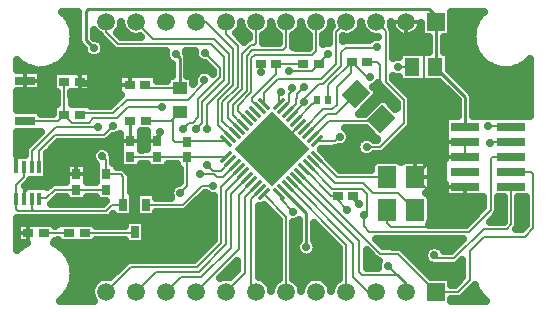
<source format=gbr>
G04 DipTrace 3.1.0.0*
G04 Top.gbr*
%MOIN*%
G04 #@! TF.FileFunction,Copper,L1,Top*
G04 #@! TF.Part,Single*
%AMOUTLINE0*
4,1,16,
0.018096,0.009744,
0.019493,0.011969,
0.019787,0.01458,
0.01892,0.017062,
0.017062,0.01892,
0.01458,0.019787,
0.011969,0.019493,
0.009744,0.018096,
-0.018096,-0.009744,
-0.019493,-0.011969,
-0.019787,-0.01458,
-0.01892,-0.017062,
-0.017062,-0.01892,
-0.01458,-0.019787,
-0.011969,-0.019493,
-0.009744,-0.018096,
0.018096,0.009744,
0*%
%AMOUTLINE3*
4,1,16,
0.009744,-0.018096,
0.011969,-0.019493,
0.01458,-0.019787,
0.017062,-0.01892,
0.01892,-0.017062,
0.019787,-0.01458,
0.019493,-0.011969,
0.018096,-0.009744,
-0.009744,0.018096,
-0.011969,0.019493,
-0.01458,0.019787,
-0.017062,0.01892,
-0.01892,0.017062,
-0.019787,0.01458,
-0.019493,0.011969,
-0.018096,0.009744,
0.009744,-0.018096,
0*%
%AMOUTLINE6*5,1,4,0,0,0.250549,-179.999999*%
%AMOUTLINE9*
4,1,4,
-0.031496,-0.035432,
-0.031496,0.035432,
0.031496,0.035432,
0.031496,-0.035432,
-0.031496,-0.035432,
0*%
%AMOUTLINE12*
4,1,4,
-0.004176,-0.048718,
-0.048718,-0.004176,
0.004176,0.048718,
0.048718,0.004176,
-0.004176,-0.048718,
0*%
G04 #@! TA.AperFunction,Conductor*
%ADD10C,0.01*%
%ADD14C,0.007*%
G04 #@! TA.AperFunction,CopperBalancing*
%ADD15C,0.025*%
%ADD16C,0.012992*%
%ADD17R,0.035433X0.027559*%
%ADD18R,0.027559X0.035433*%
G04 #@! TA.AperFunction,ComponentPad*
%ADD19R,0.059055X0.059055*%
%ADD20C,0.059055*%
%ADD22R,0.094488X0.029134*%
%ADD23R,0.047244X0.03937*%
%ADD24R,0.023228X0.028346*%
%ADD26R,0.025591X0.041339*%
%ADD28R,0.051181X0.059055*%
%ADD30R,0.066929X0.031496*%
%ADD33R,0.013583X0.043307*%
G04 #@! TA.AperFunction,ViaPad*
%ADD35C,0.028*%
%ADD37C,0.031496*%
%ADD73OUTLINE0*%
%ADD76OUTLINE3*%
%ADD79OUTLINE6*%
%ADD82OUTLINE9*%
%ADD85OUTLINE12*%
%FSLAX26Y26*%
G04*
G70*
G90*
G75*
G01*
G04 Top*
%LPD*%
X968386Y1132701D2*
D14*
X864386D1*
X853386Y1143701D1*
X1823386Y1353701D2*
D10*
Y1207898D1*
X1818787Y1203299D1*
X1919843Y1003701D2*
Y1102244D1*
X1818787Y1203299D1*
X1823386Y1353701D2*
Y1371701D1*
X1798386Y1396701D1*
X663386D1*
X655386Y1388701D1*
Y1292701D1*
X682386Y1265701D1*
X1314081Y792067D2*
Y792005D1*
X1390386Y715701D1*
Y601701D1*
X1382386Y1085701D2*
D14*
Y1081701D1*
X1360386Y1059701D1*
Y1057185D1*
X1341642Y1038441D1*
X968386Y1132701D2*
D10*
Y1232701D1*
X956386Y1244701D1*
X780583Y743701D2*
D14*
Y836504D1*
X771386Y845701D1*
X723386D1*
Y891701D1*
X710386Y904701D1*
X474567Y763701D2*
Y729385D1*
X481251Y722701D1*
X723386D1*
X743386Y742701D1*
X779583D1*
X780583Y743701D1*
X423386Y763701D2*
Y729701D1*
X430386Y722701D1*
X481251D1*
X448976Y868031D2*
Y836291D1*
X423386Y810701D1*
Y763701D1*
X1382386Y1085701D2*
X1385386D1*
Y1098701D1*
X1432386Y1145701D1*
X1445386D1*
X1506386Y1206701D1*
Y1251701D1*
X1522386Y1267701D1*
X1624386D1*
X1625386Y1268701D1*
X1123386Y903701D2*
X994567D1*
X993386Y902520D1*
Y806701D1*
X970386Y783701D1*
X1591386Y935701D2*
X1634386D1*
X1716386Y1017701D1*
Y1091701D1*
X1654386Y1153701D1*
Y1322701D1*
X1623386Y1353701D1*
X993386Y902520D2*
X894567D1*
X893386Y903701D1*
X803386D1*
X1248382Y1080478D2*
Y1114697D1*
X1297386Y1163701D1*
X1440386D1*
X1488386Y1211701D1*
Y1318701D1*
X1523386Y1353701D1*
X1137306Y889781D2*
X1136466D1*
X1104386Y857701D1*
X1078386D1*
X1058386Y877701D1*
Y997701D2*
X1060386D1*
Y1077701D1*
X1132386Y1149701D1*
Y1247701D1*
X1082386Y1297701D1*
X879386D1*
X823386Y1353701D1*
X723386D2*
Y1318701D1*
X762386Y1279701D1*
X1072386D1*
X1116386Y1235701D1*
Y1159701D1*
X1043386Y1086701D1*
Y1016701D1*
X1021386Y994701D1*
X1035386Y844701D2*
X1082386D1*
X1091386Y835701D1*
X1111063D1*
X1151224Y875862D1*
X1165144Y861942D2*
Y861459D1*
X1106386Y802701D1*
Y616701D1*
X1024386Y534701D1*
X804404D1*
X723386Y453682D1*
X1179063Y848022D2*
Y846378D1*
X1123386Y790701D1*
Y611701D1*
X1032386Y520701D1*
X890404D1*
X823386Y453682D1*
X1192983Y834104D2*
Y833298D1*
X1138386Y778701D1*
Y600701D1*
X1040386Y502701D1*
X972404D1*
X923386Y453682D1*
X1206903Y820184D2*
Y819218D1*
X1164386Y776701D1*
Y594682D1*
X1023386Y453682D1*
X1220822Y806265D2*
Y806136D1*
X1184386Y769701D1*
Y514682D1*
X1123386Y453682D1*
X1234741Y792345D2*
Y791056D1*
X1207386Y763701D1*
Y469682D1*
X1223386Y453682D1*
X1323386D2*
Y703699D1*
X1248660Y778425D1*
X1397598Y875584D2*
Y875488D1*
X1476386Y796701D1*
X1574386D1*
X1591386Y779701D1*
Y719701D1*
X1581386Y709701D1*
X2073386Y903701D2*
X2010386D1*
X2004386Y897701D1*
Y724701D1*
X1933386Y653701D1*
X1600386D1*
X1582386Y671701D1*
Y709701D1*
X1581386D1*
X1289386Y1212701D2*
X1379205D1*
X1379795Y1212110D1*
X1234463Y1066558D2*
Y1066623D1*
X1210386Y1090701D1*
Y1100701D1*
X1288386Y1178701D1*
Y1211701D1*
X1289386Y1212701D1*
X1523386Y453682D2*
Y610602D1*
X1328001Y805987D1*
X2073386Y803701D2*
Y678701D1*
X2058386Y663701D1*
X1981386D1*
X1882386Y564701D1*
X1827386D1*
X1817386Y574701D1*
X1623386Y453682D2*
X1596404D1*
X1547386Y502701D1*
Y614441D1*
X1341921Y819906D1*
X2073386Y953701D2*
X2004386D1*
X2001386Y950701D1*
X1723386Y453682D2*
Y481701D1*
X1696386Y508701D1*
X1577386D1*
X1567386Y518701D1*
Y622280D1*
X1355840Y833825D1*
X1723386Y480701D2*
X1663386Y540701D1*
X1996386Y1004701D2*
X2072386D1*
X2073386Y1003701D1*
X1369760Y847744D2*
Y847327D1*
X1636386Y580701D1*
X1696367D1*
X1823386Y453682D1*
X2073386Y853701D2*
X2140386D1*
X2146386Y847701D1*
Y664701D1*
X2119386Y637701D1*
X1982386D1*
X1934386Y589701D1*
Y491701D1*
X1895386Y452701D1*
X1824367D1*
X1823386Y453682D1*
X1423386Y1353701D2*
Y1256701D1*
X1410386Y1243701D1*
X1218386D1*
X1207386Y1232701D1*
Y1118701D1*
X1162386Y1073701D1*
Y1055118D1*
X1192705Y1024799D1*
X1178785Y1010881D2*
X1177206D1*
X1144386Y1043701D1*
Y1076701D1*
X1191386Y1123701D1*
Y1240701D1*
X1209386Y1258701D1*
X1312386D1*
X1322386Y1268701D1*
Y1352701D1*
X1323386Y1353701D1*
X1023386D2*
X1057386D1*
X1147386Y1263701D1*
Y1143701D1*
X1095386Y1091701D1*
Y1010762D1*
X1137026Y969122D1*
X1300163Y778147D2*
X1304386D1*
Y761701D1*
X1345386Y720701D1*
X977886Y996201D2*
X998386Y1016701D1*
X1012386D1*
X1030386Y1034701D1*
Y1097701D1*
X1102386Y1169701D1*
Y1200701D1*
X1053386Y1249701D1*
X623386Y845701D2*
X573386D1*
X532386Y804701D1*
X459386D1*
X448386Y793701D1*
Y764291D1*
X448976Y763701D1*
X1919843Y803701D2*
X1854386D1*
X1843386Y814701D1*
Y891701D1*
X1854386Y902701D1*
X1918843D1*
X1919843Y903701D1*
Y953701D1*
X1369482Y1010602D2*
X1369287D1*
X1346386Y987701D1*
X1332661D1*
X1274273Y929312D1*
X1592567Y1219701D2*
X1625386D1*
X1634386Y1210701D1*
Y1107701D1*
X1598386Y1071701D1*
X1723386Y1353701D2*
Y1308701D1*
X1781386Y1250701D1*
Y865211D1*
X1752874Y836699D1*
X1658386Y726465D2*
Y682701D1*
X1671386Y669701D1*
X1808386D1*
X1812386Y673701D1*
Y777188D1*
X1752874Y836699D1*
X1919843Y953701D2*
X1869875D1*
X1752874Y836699D1*
X453386Y1157559D2*
D10*
X517244D1*
X519386Y1159701D1*
X634567Y1153701D2*
Y1172520D1*
X619386Y1187701D1*
X547386D1*
X519386Y1159701D1*
X623386Y845701D2*
Y886701D1*
X622386Y887701D1*
X803205Y1023701D2*
Y955063D1*
X803386Y954882D1*
X893386D1*
Y976701D1*
X903386Y986701D1*
X802205Y1143701D2*
X644567D1*
X634567Y1153701D1*
X1238205Y1212701D2*
Y1185701D1*
X1546567Y771701D2*
Y764520D1*
X1564386Y746701D1*
X1274273Y929312D2*
D14*
X1288192D1*
X1369482Y1010602D1*
X1752874Y836699D2*
Y882213D1*
X1726386Y908701D1*
X1274273Y929312D2*
Y994588D1*
X1275386Y995701D1*
X448976Y763701D2*
Y784291D1*
X484386Y819701D1*
X447386Y916701D2*
X432386D1*
X420386Y904701D1*
Y871031D1*
X423386Y868031D1*
X1411518Y889503D2*
X1413584D1*
X1487386Y815701D1*
X1578386D1*
X1611386Y782701D1*
X1696636D1*
X1752874Y726463D1*
X1123108Y955202D2*
X994887D1*
X993386Y953701D1*
X953386D1*
X947386Y959701D1*
Y1032961D1*
X968386Y1053961D1*
X854386Y1023701D2*
X938126D1*
X968386Y1053961D1*
X1425159Y954924D2*
X1486609D1*
X1501386Y969701D1*
X1079386Y807701D2*
X1042386D1*
X978386Y743701D1*
X855386D1*
X1355562Y1024521D2*
X1410386Y1079345D1*
X1413030D1*
X1425386Y1091701D1*
X1743984Y1203299D2*
X1694984D1*
X1694386Y1202701D1*
X1340886Y1134201D2*
X1347386Y1127701D1*
X1332386Y1112701D1*
Y1084862D1*
X1313803Y1066280D1*
X600205Y649701D2*
X514567D1*
X1658386Y836701D2*
X1492159D1*
X1425437Y903423D1*
X1411239Y968844D2*
X1411529D1*
X1466386Y1023701D1*
X1635386D1*
X1640386Y1028701D1*
X1397320Y982762D2*
X1397448D1*
X1460386Y1045701D1*
X1490352D1*
X1556869Y1112218D1*
X817984Y653150D2*
X808835D1*
X805386Y649701D1*
X651386D1*
X453386Y1023701D2*
X563386D1*
X583386Y1043701D1*
Y1153701D2*
Y1043701D1*
X1299885Y1080199D2*
Y1112199D1*
X1306386Y1118701D1*
X909386Y1068701D2*
X796386D1*
X759386Y1031701D1*
X678386D1*
X664386Y1017701D1*
X609386D1*
X583386Y1043701D1*
X634567D2*
Y1048701D1*
X746386D1*
X791386Y1093701D1*
X994386D1*
X1046386Y1145701D1*
Y1155701D1*
X1050386Y1159701D1*
X1332386Y1188701D2*
X1407567D1*
X1430976Y1212110D1*
X1463181Y1091701D2*
Y1141496D1*
X1541386Y1219701D1*
X1383678Y861664D2*
X1384423D1*
X1473386Y772701D1*
X1495386D1*
Y771701D1*
Y759701D1*
X1527386Y727701D1*
X1601386Y1169701D2*
X1591386D1*
X1541386Y1219701D1*
X1327723Y1052360D2*
X1328045D1*
X1354386Y1078701D1*
Y1094701D1*
X1358386Y1098701D1*
Y1113701D1*
X1381386Y1136701D1*
X1383400Y996682D2*
Y997715D1*
X1447386Y1061701D1*
X1477386D1*
X1492386Y1076701D1*
Y1134701D1*
X1539386Y1181701D1*
Y1217701D1*
X1541386Y1219701D1*
X1430976Y1212110D2*
Y1216291D1*
X1462386Y1247701D1*
X723386Y794520D2*
X623386D1*
X553205D1*
X523386Y764701D1*
X501157D1*
X500157Y763701D1*
X1223386Y1353701D2*
Y1283701D1*
X1216386Y1276701D1*
X1206386D1*
X1177386Y1247701D1*
Y1129701D1*
X1129386Y1081701D1*
Y1032441D1*
X1164866Y996961D1*
X500157Y868031D2*
Y924472D1*
X553386Y977701D1*
X717386D1*
X747386Y1007701D1*
X1123386Y1353701D2*
Y1311701D1*
X1163386Y1271701D1*
Y1137701D1*
X1110386Y1084701D1*
Y1023601D1*
X1150946Y983041D1*
X696386Y1001701D2*
X554386D1*
X475386Y922701D1*
Y868850D1*
X474567Y868031D1*
D35*
X682386Y1265701D3*
X1390386Y601701D3*
X1382386Y1085701D3*
X956386Y1244701D3*
X682386Y1265701D3*
X710386Y904701D3*
X1625386Y1268701D3*
X1382386Y1085701D3*
X970386Y783701D3*
X1591386Y935701D3*
X1058386Y877701D3*
Y997701D3*
X1021386Y994701D3*
X1035386Y844701D3*
X1581386Y709701D3*
X1817386Y574701D3*
X2001386Y950701D3*
X1663386Y540701D3*
X1996386Y1004701D3*
X1345386Y720701D3*
X977886Y996201D3*
X1053386Y1249701D3*
X1598386Y1071701D3*
X519386Y1159701D3*
X622386Y887701D3*
X903386Y986701D3*
X1238205Y1185701D3*
X1564386Y746701D3*
X1726386Y908701D3*
X1564386Y746701D3*
X484386Y819701D3*
X447386Y916701D3*
X1501386Y969701D3*
X1079386Y807701D3*
X1694386Y1202701D3*
X1340886Y1134201D3*
X1306386Y1118701D3*
X909386Y1068701D3*
X1050386Y1159701D3*
X1332386Y1188701D3*
X1527386Y727701D3*
X1601386Y1169701D3*
X1381386Y1136701D3*
X1462386Y1247701D3*
X747386Y1007701D3*
X696386Y1001701D3*
D37*
X1274386Y863701D3*
X1275386Y995701D3*
X1206386Y930701D3*
X1342386Y931701D3*
X600035Y1362631D2*
D15*
X627408D1*
X1875913D2*
X1958413D1*
X611608Y1337762D2*
X627408D1*
X1875913D2*
X1946841D1*
X616539Y1312894D2*
X627413D1*
X683385D2*
X691932D1*
X765612D2*
X791959D1*
X1158629D2*
X1191959D1*
X1254820D2*
X1291959D1*
X1354820D2*
X1391959D1*
X1554820D2*
X1591959D1*
X1680894D2*
X1691961D1*
X1754820D2*
X1770864D1*
X1875913D2*
X1941861D1*
X615807Y1288025D2*
X627840D1*
X1249888D2*
X1295913D1*
X1348864D2*
X1396890D1*
X1449888D2*
X1461881D1*
X1680894D2*
X1795377D1*
X1851353D2*
X1942593D1*
X609264Y1263156D2*
X645474D1*
X719273D2*
X742496D1*
X1680894D2*
X1795377D1*
X1851353D2*
X1949136D1*
X595640Y1238287D2*
X658951D1*
X705845D2*
X919986D1*
X995738D2*
X1018325D1*
X1680894D2*
X1695352D1*
X1867369D2*
X1962808D1*
X427623Y1213419D2*
X436232D1*
X570543D2*
X939322D1*
X996373D2*
X1053238D1*
X1867369D2*
X1987857D1*
X2122203D2*
X2134573D1*
X509849Y1188550D2*
X940396D1*
X996373D2*
X1028971D1*
X1872056D2*
X2134585D1*
X509849Y1163681D2*
X542692D1*
X675280D2*
X761490D1*
X894077D2*
X921744D1*
X1680894D2*
X1695352D1*
X1896959D2*
X2134585D1*
X509849Y1138812D2*
X542692D1*
X675280D2*
X761490D1*
X1619273D2*
X1633105D1*
X1705699D2*
X1844741D1*
X1921812D2*
X2134585D1*
X427623Y1113944D2*
X556900D1*
X609849D2*
X761490D1*
X1628404D2*
X1657730D1*
X1730552D2*
X1869596D1*
X1945005D2*
X2134585D1*
X427623Y1089075D2*
X556900D1*
X609849D2*
X750357D1*
X1609752D2*
X1624723D1*
X1664390D2*
X1682584D1*
X1742857D2*
X1891861D1*
X1947837D2*
X2134585D1*
X427623Y1064206D2*
X542692D1*
X1584849D2*
X1599869D1*
X1742857D2*
X1891861D1*
X1947837D2*
X2134585D1*
X1742857Y1039337D2*
X1891861D1*
X1947837D2*
X2134585D1*
X1742661Y1014469D2*
X1849576D1*
X1532066Y989600D2*
X1595133D1*
X1724693D2*
X1849576D1*
X427623Y964731D2*
X480972D1*
X740856D2*
X766617D1*
X840172D2*
X856642D1*
X1538024D2*
X1570230D1*
X1612535D2*
X1620039D1*
X1699840D2*
X1849576D1*
X427623Y939862D2*
X456119D1*
X551988D2*
X766617D1*
X840172D2*
X856642D1*
X1521226D2*
X1554654D1*
X1674986D2*
X1849576D1*
X427623Y914993D2*
X448892D1*
X527085D2*
X674967D1*
X745836D2*
X766617D1*
X1453697D2*
X1561295D1*
X1649009D2*
X1849576D1*
X529967Y890125D2*
X676627D1*
X749888D2*
X766617D1*
X1475181D2*
X1614615D1*
X1796665D2*
X1843619D1*
X529967Y865256D2*
X586588D1*
X660142D2*
X686588D1*
X787780D2*
X956608D1*
X1500035D2*
X1603921D1*
X1807360D2*
X1843619D1*
X529967Y840387D2*
X586588D1*
X660142D2*
X686588D1*
X806773D2*
X966909D1*
X1807360D2*
X1843619D1*
X464635Y815518D2*
X539127D1*
X807066D2*
X954556D1*
X1807360D2*
X1843619D1*
X807066Y790650D2*
X934097D1*
X1804381D2*
X1849576D1*
X560875Y765781D2*
X586588D1*
X660142D2*
X686588D1*
X1036900D2*
X1079898D1*
X1806969D2*
X1977896D1*
X2030894D2*
X2046878D1*
X2099888D2*
X2119888D1*
X1011997Y740912D2*
X1079898D1*
X1807360D2*
X1977896D1*
X2030894D2*
X2046878D1*
X2099888D2*
X2119888D1*
X891197Y716043D2*
X1079898D1*
X1233873D2*
X1274625D1*
X1807360D2*
X1959293D1*
X2029234D2*
X2046913D1*
X2099888D2*
X2119888D1*
X427623Y691175D2*
X782193D1*
X853795D2*
X1079898D1*
X1233873D2*
X1296890D1*
X1807360D2*
X1934440D1*
X2007261D2*
X2046890D1*
X2099888D2*
X2119888D1*
X853795Y666306D2*
X1079898D1*
X1233873D2*
X1296890D1*
X1349888D2*
X1362417D1*
X1418394D2*
X1431241D1*
X2096421D2*
X2111588D1*
X853795Y641437D2*
X1079898D1*
X1233873D2*
X1296890D1*
X1349888D2*
X1362417D1*
X1418394D2*
X1456119D1*
X692125Y616568D2*
X782193D1*
X853795D2*
X1069840D1*
X1233873D2*
X1296890D1*
X1424009D2*
X1481021D1*
X1636949D2*
X1897818D1*
X584948Y591699D2*
X1044986D1*
X1233873D2*
X1296890D1*
X1425913D2*
X1496890D1*
X1721812D2*
X1784879D1*
X1849888D2*
X1872965D1*
X603404Y566831D2*
X1020084D1*
X1233873D2*
X1296890D1*
X1349888D2*
X1496890D1*
X1593883D2*
X1613833D1*
X1746665D2*
X1781314D1*
X613268Y541962D2*
X775260D1*
X1148081D2*
X1157871D1*
X1233873D2*
X1296890D1*
X1349888D2*
X1496890D1*
X1593883D2*
X1626432D1*
X1771520D2*
X1804020D1*
X1892516D2*
X1907937D1*
X616881Y517093D2*
X750357D1*
X1123228D2*
X1150357D1*
X1233873D2*
X1296890D1*
X1349888D2*
X1496890D1*
X1796421D2*
X1907877D1*
X614829Y492224D2*
X688980D1*
X1257799D2*
X1288980D1*
X1357799D2*
X1388980D1*
X1457799D2*
X1488980D1*
X1875913D2*
X1898501D1*
X606822Y467356D2*
X672769D1*
X591100Y442487D2*
X672135D1*
X1921617D2*
X1967301D1*
X827669Y1177980D2*
X891602D1*
Y1156642D1*
X924298Y1156701D1*
X924264Y1172886D1*
X942867D1*
X942886Y1212925D1*
X936108Y1216790D1*
X931991Y1220306D1*
X928475Y1224423D1*
X925646Y1229038D1*
X923575Y1234039D1*
X922311Y1239303D1*
X921886Y1244701D1*
X922311Y1250098D1*
X923702Y1255710D1*
X760503Y1255774D1*
X754970Y1256875D1*
X749845Y1259238D1*
X745190Y1262974D1*
X705136Y1303114D1*
X701820Y1308199D1*
X702001Y1307804D1*
X700673Y1309126D1*
X693980Y1313227D1*
X688010Y1318325D1*
X682912Y1324295D1*
X680875Y1327345D1*
X680886Y1303202D1*
X684017Y1300133D1*
X690440Y1299248D1*
X695588Y1297575D1*
X700412Y1295117D1*
X704791Y1291934D1*
X708619Y1288106D1*
X711802Y1283727D1*
X714260Y1278903D1*
X715933Y1273755D1*
X716780Y1268408D1*
Y1262993D1*
X715933Y1257647D1*
X714260Y1252499D1*
X711802Y1247675D1*
X708619Y1243295D1*
X704791Y1239467D1*
X700412Y1236285D1*
X695588Y1233827D1*
X690440Y1232154D1*
X685093Y1231307D1*
X679678D1*
X674332Y1232154D1*
X669184Y1233827D1*
X664360Y1236285D1*
X659980Y1239467D1*
X656152Y1243295D1*
X652970Y1247675D1*
X650512Y1252499D1*
X648839Y1257647D1*
X647949Y1264104D1*
X634756Y1277713D1*
X631827Y1282942D1*
X630199Y1288711D1*
X629886Y1292701D1*
Y1387538D1*
X576249Y1387500D1*
X587833Y1375827D1*
X593232Y1368978D1*
X598077Y1361727D1*
X602337Y1354119D1*
X605988Y1346201D1*
X609007Y1338020D1*
X611374Y1329626D1*
X613075Y1321073D1*
X614100Y1312415D1*
X614442Y1303701D1*
X614100Y1294987D1*
X613075Y1286328D1*
X611374Y1277776D1*
X609007Y1269382D1*
X605988Y1261201D1*
X602337Y1253282D1*
X598077Y1245675D1*
X593232Y1238424D1*
X587833Y1231575D1*
X581915Y1225172D1*
X575512Y1219253D1*
X568663Y1213854D1*
X561412Y1209009D1*
X553804Y1204749D1*
X545886Y1201098D1*
X537705Y1198080D1*
X529311Y1195713D1*
X520759Y1194012D1*
X507369Y1192801D1*
X507350Y1121311D1*
X425094D1*
X425100Y1059941D1*
X507350Y1059949D1*
Y1047693D1*
X545134Y1047701D1*
X545169Y1077980D1*
X559378D1*
X559102Y1119421D1*
X545169D1*
Y1187980D1*
X672783D1*
Y1119421D1*
X607394D1*
X607669Y1077980D1*
X672783D1*
Y1072657D1*
X736459Y1072701D1*
X772921Y1109421D1*
X763988D1*
Y1177980D1*
X840421Y1177970D1*
X859155Y989421D2*
X837661D1*
X837665Y927709D1*
X859106Y927984D1*
Y989429D1*
X838921Y989421D1*
X837665Y879759D2*
Y865484D1*
X784980D1*
X790196Y860832D1*
X799999Y850610D1*
X802756Y845689D1*
X804287Y840259D1*
X804583Y836504D1*
Y784892D1*
X813878Y784870D1*
Y702531D1*
X747287D1*
Y712639D1*
X737492Y703285D1*
X732571Y700528D1*
X727140Y698996D1*
X723386Y698701D1*
X428503Y698774D1*
X426206Y699081D1*
X425098Y698076D1*
Y592461D1*
X431260Y598148D1*
X438109Y603547D1*
X445360Y608392D1*
X459000Y615433D1*
X425169Y615421D1*
Y683980D1*
X552783D1*
Y673677D1*
X561988Y677921D1*
Y683980D1*
X689602D1*
Y673677D1*
X784735Y673701D1*
X784689Y694319D1*
X851280D1*
Y611980D1*
X784689D1*
Y625701D1*
X689614D1*
X689602Y615421D1*
X561988D1*
Y625724D1*
X552783Y621480D1*
Y615421D1*
X547950D1*
X561412Y608392D1*
X568663Y603547D1*
X575512Y598148D1*
X581915Y592230D1*
X587833Y585827D1*
X593232Y578978D1*
X598077Y571727D1*
X602337Y564119D1*
X605988Y556201D1*
X609007Y548020D1*
X611374Y539626D1*
X613075Y531073D1*
X614100Y522415D1*
X614442Y513701D1*
X614100Y504987D1*
X613075Y496328D1*
X611374Y487776D1*
X609007Y479382D1*
X605988Y471201D1*
X602337Y463282D1*
X598077Y455675D1*
X593232Y448424D1*
X587833Y441575D1*
X581915Y435172D1*
X575512Y429253D1*
X568125Y423495D1*
X683516Y423524D1*
X678811Y430970D1*
X675807Y438223D1*
X673974Y445857D1*
X673358Y453682D1*
X673974Y461508D1*
X675807Y469142D1*
X678811Y476395D1*
X682912Y483088D1*
X688010Y489058D1*
X693980Y494156D1*
X700673Y498257D1*
X707927Y501261D1*
X715560Y503094D1*
X723386Y503710D1*
X731211Y503094D1*
X737442Y501657D1*
X788818Y552950D1*
X793508Y556085D1*
X798802Y558038D1*
X804735Y558688D1*
X1014512Y558701D1*
X1082373Y626629D1*
X1082386Y773293D1*
X1076678Y773307D1*
X1071332Y774154D1*
X1066184Y775827D1*
X1061360Y778285D1*
X1056980Y781467D1*
X1054386Y783701D1*
X1052277D1*
X993972Y725451D1*
X989282Y722316D1*
X983988Y720364D1*
X978055Y719714D1*
X888689Y719701D1*
X888681Y702531D1*
X822091D1*
Y784870D1*
X888681D1*
Y767731D1*
X939810Y767701D1*
X937575Y773039D1*
X936311Y778303D1*
X935886Y783701D1*
X936311Y789098D1*
X937575Y794362D1*
X939646Y799364D1*
X942475Y803979D1*
X945991Y808096D1*
X950108Y811612D1*
X954723Y814441D1*
X959724Y816512D1*
X964988Y817776D1*
X969403Y818163D1*
X969386Y864269D1*
X959106Y864303D1*
Y878512D1*
X927713Y878520D1*
X927665Y865484D1*
X859106D1*
Y879693D1*
X837673Y879701D1*
X769106Y869732D2*
Y980894D1*
X763049Y976961D1*
X758047Y974890D1*
X752783Y973626D1*
X746825Y973223D1*
X731492Y958285D1*
X726571Y955528D1*
X721140Y953996D1*
X717386Y953701D1*
X563333D1*
X524125Y914499D1*
X524157Y910165D1*
X527449Y910185D1*
Y825878D1*
X472866Y825927D1*
X470361Y825395D1*
X467226Y820705D1*
X452448Y805820D1*
X527449Y805854D1*
Y802681D1*
X539098Y813936D1*
X544020Y816693D1*
X549450Y818224D1*
X553205Y818520D1*
X589106Y818803D1*
Y883917D1*
X657665D1*
Y818528D1*
X689106Y818803D1*
Y877552D1*
X684152Y882295D1*
X680970Y886675D1*
X678512Y891499D1*
X676839Y896647D1*
X675992Y901993D1*
Y907408D1*
X676839Y912755D1*
X678512Y917903D1*
X680970Y922727D1*
X684152Y927106D1*
X687980Y930934D1*
X692360Y934117D1*
X697184Y936575D1*
X702332Y938248D1*
X707678Y939094D1*
X713093D1*
X718440Y938248D1*
X723588Y936575D1*
X728412Y934117D1*
X732791Y930934D1*
X736619Y927106D1*
X739802Y922727D1*
X742260Y917903D1*
X743933Y912755D1*
X744780Y907408D1*
X744799Y902512D1*
X746723Y897303D1*
X747386Y891701D1*
Y883937D1*
X757665Y883917D1*
Y869709D1*
X769130Y869701D1*
X1990272Y423495D2*
X1982885Y429253D1*
X1976482Y435172D1*
X1970563Y441575D1*
X1965164Y448424D1*
X1960319Y455675D1*
X1956059Y463282D1*
X1951169Y474556D1*
X1909492Y433285D1*
X1904571Y430528D1*
X1899140Y428996D1*
X1895386Y428701D1*
X1873413Y428710D1*
Y423486D1*
X1990156Y423524D1*
X2137109Y1228999D2*
X2127168Y1219253D1*
X2120319Y1213854D1*
X2113068Y1209009D1*
X2105461Y1204749D1*
X2097542Y1201098D1*
X2089361Y1198080D1*
X2080967Y1195713D1*
X2072415Y1194012D1*
X2063756Y1192987D1*
X2055042Y1192644D1*
X2046328Y1192987D1*
X2037669Y1194012D1*
X2029117Y1195713D1*
X2020723Y1198080D1*
X2012542Y1201098D1*
X2004623Y1204749D1*
X1997016Y1209009D1*
X1989765Y1213854D1*
X1982916Y1219253D1*
X1976513Y1225172D1*
X1970594Y1231575D1*
X1965196Y1238424D1*
X1960350Y1245675D1*
X1956091Y1253282D1*
X1952440Y1261201D1*
X1949421Y1269382D1*
X1947054Y1277776D1*
X1945353Y1286328D1*
X1944328Y1294987D1*
X1943986Y1303701D1*
X1944328Y1312415D1*
X1945353Y1321073D1*
X1947054Y1329626D1*
X1949421Y1338020D1*
X1952440Y1346201D1*
X1956091Y1354119D1*
X1960350Y1361727D1*
X1965196Y1368978D1*
X1970594Y1375827D1*
X1976513Y1382230D1*
X1982241Y1387525D1*
X1873417Y1387499D1*
X1873413Y1303673D1*
X1848853D1*
X1848886Y1253360D1*
X1864878Y1253327D1*
Y1193219D1*
X1939232Y1118804D1*
X1942563Y1113822D1*
X1944638Y1108197D1*
X1945329Y1101908D1*
X1945343Y1038719D1*
X1987587Y1038768D1*
Y1038035D1*
X1993678Y1039094D1*
X1999093D1*
X2005652Y1037906D1*
X2005642Y1038768D1*
X2137156D1*
X2137106Y1228912D1*
X487738Y1193807D2*
X477461Y1195713D1*
X469067Y1198080D1*
X460886Y1201098D1*
X452967Y1204749D1*
X445360Y1209009D1*
X438109Y1213854D1*
X431260Y1219253D1*
X425083Y1224965D1*
X425100Y1193828D1*
X487361Y1193807D1*
X1797877Y1303673D2*
X1773358D1*
X1773164Y1348709D1*
X1771860Y1341331D1*
X1769469Y1334230D1*
X1766043Y1327564D1*
X1761661Y1321487D1*
X1756421Y1316131D1*
X1750440Y1311619D1*
X1743850Y1308050D1*
X1736803Y1305507D1*
X1729454Y1304042D1*
X1721969Y1303693D1*
X1714516Y1304466D1*
X1707262Y1306343D1*
X1700370Y1309282D1*
X1693993Y1313218D1*
X1688277Y1318062D1*
X1683348Y1323706D1*
X1679318Y1330022D1*
X1676274Y1336870D1*
X1674289Y1344094D1*
X1673392Y1352248D1*
X1672798Y1345875D1*
X1671361Y1339644D1*
X1674849Y1335240D1*
X1677211Y1330117D1*
X1678312Y1324584D1*
X1678386Y1233297D1*
X1683724Y1235512D1*
X1688988Y1236776D1*
X1694386Y1237201D1*
X1697902Y1236999D1*
X1697894Y1253327D1*
X1797941D1*
X1797886Y1303650D1*
X1630404Y1304193D2*
X1623386Y1303673D1*
X1615560Y1304289D1*
X1607927Y1306122D1*
X1600673Y1309126D1*
X1593980Y1313227D1*
X1588010Y1318325D1*
X1582912Y1324295D1*
X1578811Y1330988D1*
X1575807Y1338241D1*
X1573974Y1345875D1*
X1573402Y1352612D1*
X1572798Y1345875D1*
X1570965Y1338241D1*
X1567961Y1330988D1*
X1563860Y1324295D1*
X1558761Y1318325D1*
X1552791Y1313227D1*
X1546098Y1309126D1*
X1538845Y1306122D1*
X1531211Y1304289D1*
X1523386Y1303673D1*
X1515560Y1304289D1*
X1512385Y1304921D1*
X1512386Y1289550D1*
X1518631Y1291406D1*
X1534886Y1291701D1*
X1599681D1*
X1605108Y1296612D1*
X1609723Y1299441D1*
X1614724Y1301512D1*
X1619988Y1302776D1*
X1625386Y1303201D1*
X1630394Y1302822D1*
X1630386Y1304140D1*
X1475411Y1339644D2*
X1473974Y1345875D1*
X1473402Y1352612D1*
X1472798Y1345875D1*
X1470965Y1338241D1*
X1468429Y1332007D1*
X1471415Y1335672D1*
X1475386Y1339642D1*
X1461427Y1321210D1*
X1455877Y1315660D1*
X1449525Y1311046D1*
X1447370Y1309839D1*
X1447386Y1278749D1*
X1454332Y1281248D1*
X1459678Y1282094D1*
X1464406Y1282122D1*
X1464681Y1322455D1*
X1465711Y1326525D1*
X1399402Y1309839D2*
X1393980Y1313227D1*
X1388010Y1318325D1*
X1382912Y1324295D1*
X1378811Y1330988D1*
X1375807Y1338241D1*
X1373974Y1345875D1*
X1373402Y1352612D1*
X1372798Y1345875D1*
X1370965Y1338241D1*
X1367961Y1330988D1*
X1363860Y1324295D1*
X1358761Y1318325D1*
X1352791Y1313227D1*
X1346379Y1309283D1*
X1346369Y1268266D1*
X1355886Y1267701D1*
X1399391D1*
X1399386Y1309777D1*
X1298411Y1310392D2*
X1290895Y1315660D1*
X1285345Y1321210D1*
X1280731Y1327562D1*
X1277167Y1334556D1*
X1274740Y1342022D1*
X1273513Y1349776D1*
X1273402Y1352612D1*
X1272798Y1345875D1*
X1270965Y1338241D1*
X1267961Y1330988D1*
X1263860Y1324295D1*
X1258761Y1318325D1*
X1252791Y1313227D1*
X1247370Y1309839D1*
X1247369Y1283266D1*
X1271886Y1282701D1*
X1298399D1*
X1298386Y1310352D1*
X1199402Y1309839D2*
X1193980Y1313227D1*
X1188010Y1318325D1*
X1182912Y1324295D1*
X1178811Y1330988D1*
X1175807Y1338241D1*
X1173974Y1345875D1*
X1173402Y1352612D1*
X1172798Y1345875D1*
X1170965Y1338241D1*
X1167961Y1330988D1*
X1163860Y1324295D1*
X1158761Y1318325D1*
X1154466Y1314549D1*
X1181904Y1286946D1*
X1190799Y1294950D1*
X1195490Y1298085D1*
X1199387Y1299644D1*
X1199386Y1309824D1*
X1197201Y1298874D1*
X1198970Y1299526D1*
X837442Y1305726D2*
X831211Y1304289D1*
X823769Y1303688D1*
X815560Y1304289D1*
X807927Y1306122D1*
X800673Y1309126D1*
X793980Y1313227D1*
X788010Y1318325D1*
X782912Y1324295D1*
X778811Y1330988D1*
X775807Y1338241D1*
X773974Y1345875D1*
X773402Y1352612D1*
X772798Y1345875D1*
X770965Y1338241D1*
X767961Y1330988D1*
X763860Y1324295D1*
X758209Y1317815D1*
X772362Y1303665D1*
X839486Y1303701D1*
X1807294Y503710D2*
X1873413D1*
Y476707D1*
X1885451Y476701D1*
X1910421Y501677D1*
X1910386Y558741D1*
X1896492Y545285D1*
X1891571Y542528D1*
X1886140Y540996D1*
X1882386Y540701D1*
X1825071Y540825D1*
X1817386Y540201D1*
X1811988Y540626D1*
X1806724Y541890D1*
X1801723Y543961D1*
X1797108Y546790D1*
X1792991Y550306D1*
X1789475Y554423D1*
X1786646Y559038D1*
X1784575Y564039D1*
X1783311Y569303D1*
X1782886Y574701D1*
X1783311Y580098D1*
X1784575Y585362D1*
X1786646Y590364D1*
X1789475Y594979D1*
X1792991Y599096D1*
X1797108Y602612D1*
X1801723Y605441D1*
X1806724Y607512D1*
X1811988Y608776D1*
X1817386Y609201D1*
X1822783Y608776D1*
X1828047Y607512D1*
X1833049Y605441D1*
X1837664Y602612D1*
X1841781Y599096D1*
X1845297Y594979D1*
X1848900Y588681D1*
X1872454Y588701D1*
X1913442Y629698D1*
X1621325Y629701D1*
X1646337Y604692D1*
X1700122Y604406D1*
X1705552Y602874D1*
X1710474Y600117D1*
X1713339Y597672D1*
X1807285Y503724D1*
X1473402Y454772D2*
X1473974Y461508D1*
X1475807Y469142D1*
X1478811Y476395D1*
X1482912Y483088D1*
X1488010Y489058D1*
X1493980Y494156D1*
X1499402Y497545D1*
X1499386Y600703D1*
X1415852Y684196D1*
X1415886Y624929D1*
X1419802Y619727D1*
X1422260Y614903D1*
X1423933Y609755D1*
X1424780Y604408D1*
Y598993D1*
X1423933Y593647D1*
X1422260Y588499D1*
X1419802Y583675D1*
X1416619Y579295D1*
X1412791Y575467D1*
X1408412Y572285D1*
X1403588Y569827D1*
X1398440Y568154D1*
X1393093Y567307D1*
X1387678D1*
X1382332Y568154D1*
X1377184Y569827D1*
X1372360Y572285D1*
X1367980Y575467D1*
X1364152Y579295D1*
X1360970Y583675D1*
X1358512Y588499D1*
X1356839Y593647D1*
X1355992Y598993D1*
Y604408D1*
X1356839Y609755D1*
X1358512Y614903D1*
X1360970Y619727D1*
X1364891Y624907D1*
X1364886Y692277D1*
X1358588Y688827D1*
X1353440Y687154D1*
X1347364Y686278D1*
X1347386Y497596D1*
X1352791Y494156D1*
X1358761Y489058D1*
X1363860Y483088D1*
X1367961Y476395D1*
X1370965Y469142D1*
X1372798Y461508D1*
X1373370Y454772D1*
X1373974Y461508D1*
X1375807Y469142D1*
X1378811Y476395D1*
X1382912Y483088D1*
X1388010Y489058D1*
X1393980Y494156D1*
X1400673Y498257D1*
X1407927Y501261D1*
X1415560Y503094D1*
X1423386Y503710D1*
X1431211Y503094D1*
X1438845Y501261D1*
X1446098Y498257D1*
X1452791Y494156D1*
X1458761Y489058D1*
X1463860Y483088D1*
X1467961Y476395D1*
X1470965Y469142D1*
X1472798Y461508D1*
X1473370Y454772D1*
X1102917Y499291D2*
X1111707Y502328D1*
X1119461Y503555D1*
X1127311D1*
X1135064Y502328D1*
X1137442Y501657D1*
X1160413Y524651D1*
X1160386Y556723D1*
X1103016Y499371D1*
X2122429Y768634D2*
X2097331D1*
X2097312Y676818D1*
X2096211Y671285D1*
X2093849Y666160D1*
X2090322Y661696D1*
X2109495Y661701D1*
X2122407Y674663D1*
X2122386Y768656D1*
X2049382Y768634D2*
X2028386D1*
X2028091Y720946D1*
X2026559Y715516D1*
X2023802Y710594D1*
X2021357Y707730D1*
X2001297Y687671D1*
X2048427Y687701D1*
X2049386Y691201D1*
Y768593D1*
X993844Y1172886D2*
X1012508D1*
X1012770Y1146026D1*
X1017155Y1150412D1*
X1015992Y1156993D1*
Y1162408D1*
X1016839Y1167755D1*
X1018512Y1172903D1*
X1020970Y1177727D1*
X1024152Y1182106D1*
X1027980Y1185934D1*
X1032360Y1189117D1*
X1037184Y1191575D1*
X1042332Y1193248D1*
X1047678Y1194094D1*
X1053093D1*
X1058440Y1193248D1*
X1063588Y1191575D1*
X1068412Y1189117D1*
X1072791Y1185934D1*
X1076619Y1182106D1*
X1078396Y1179829D1*
X1078386Y1190745D1*
X1053962Y1215184D1*
X1047988Y1215626D1*
X1042724Y1216890D1*
X1037723Y1218961D1*
X1033108Y1221790D1*
X1028991Y1225306D1*
X1025475Y1229423D1*
X1022646Y1234038D1*
X1020575Y1239039D1*
X1019311Y1244303D1*
X1018886Y1249701D1*
X1019432Y1255710D1*
X989134Y1255701D1*
X990461Y1250098D1*
X991106Y1244278D1*
X993181Y1238654D1*
X993886Y1232701D1*
Y1172886D1*
X723046Y756303D2*
X689106D1*
Y770512D1*
X657665Y770236D1*
Y756303D1*
X589106D1*
Y770512D1*
X563083Y770520D1*
X540038Y747436D1*
X543751Y746701D1*
X713428D1*
X723022Y756278D1*
X506227Y987453D2*
X425075D1*
X425100Y910136D1*
X451421Y910185D1*
X451681Y926455D1*
X453213Y931886D1*
X455970Y936807D1*
X458415Y939672D1*
X502609Y983866D1*
X1606390Y860693D2*
X1606642Y875340D1*
X1607950Y879978D1*
X1610304Y884182D1*
X1613576Y887720D1*
X1617583Y890398D1*
X1622104Y892066D1*
X1626890Y892633D1*
X1693089Y892381D1*
X1697727Y891072D1*
X1701932Y888718D1*
X1705630Y885244D1*
X1709328Y888717D1*
X1713533Y891071D1*
X1718171Y892379D1*
X1723878Y892631D1*
X1787577Y892379D1*
X1792215Y891071D1*
X1796420Y888717D1*
X1799958Y885445D1*
X1802635Y881438D1*
X1804303Y876917D1*
X1804870Y872131D1*
X1804618Y798060D1*
X1803310Y793423D1*
X1800955Y789218D1*
X1797684Y785680D1*
X1793677Y783003D1*
X1790251Y781643D1*
X1795081Y779374D1*
X1798866Y776391D1*
X1801849Y772606D1*
X1803866Y768230D1*
X1804807Y763504D1*
Y689423D1*
X1803866Y684697D1*
X1801849Y680320D1*
X1799929Y677685D1*
X1923482Y677701D1*
X1980394Y734650D1*
X1980390Y768634D1*
X1852098D1*
X1852067Y812642D1*
X1846106D1*
Y894760D1*
X1852098Y894757D1*
Y1038768D1*
X1894335D1*
X1894343Y1091676D1*
X1832723Y1153301D1*
X1697894Y1153272D1*
Y1168360D1*
X1691678Y1168307D1*
X1686332Y1169154D1*
X1681184Y1170827D1*
X1678382Y1172152D1*
X1680196Y1161832D1*
X1735802Y1105807D1*
X1738559Y1100886D1*
X1740091Y1095455D1*
X1740386Y1091701D1*
X1740091Y1013946D1*
X1738559Y1008516D1*
X1735802Y1003594D1*
X1733357Y1000730D1*
X1648492Y916285D1*
X1643571Y913528D1*
X1638140Y911996D1*
X1634386Y911701D1*
X1616173D1*
X1611664Y907790D1*
X1607049Y904961D1*
X1602047Y902890D1*
X1596783Y901626D1*
X1591386Y901201D1*
X1585988Y901626D1*
X1580724Y902890D1*
X1575723Y904961D1*
X1571108Y907790D1*
X1566991Y911306D1*
X1563475Y915423D1*
X1560646Y920038D1*
X1558575Y925039D1*
X1557311Y930303D1*
X1556886Y935701D1*
X1557311Y941098D1*
X1558575Y946362D1*
X1560646Y951364D1*
X1563475Y955979D1*
X1566991Y960096D1*
X1571108Y963612D1*
X1575723Y966441D1*
X1580724Y968512D1*
X1585988Y969776D1*
X1591386Y970201D1*
X1596783Y969776D1*
X1602047Y968512D1*
X1607049Y966441D1*
X1611664Y963612D1*
X1616161Y959684D1*
X1624442Y959701D1*
X1626634Y961890D1*
X1622896Y964395D1*
X1587499Y999703D1*
X1518442Y999701D1*
X1523791Y995934D1*
X1527619Y992106D1*
X1530802Y987727D1*
X1533260Y982903D1*
X1534933Y977755D1*
X1535780Y972408D1*
Y966993D1*
X1534933Y961647D1*
X1533260Y956499D1*
X1530802Y951675D1*
X1527619Y947295D1*
X1523791Y943467D1*
X1519412Y940285D1*
X1514588Y937827D1*
X1509440Y936154D1*
X1504093Y935307D1*
X1500318Y935243D1*
X1495794Y932751D1*
X1490364Y931219D1*
X1474109Y930924D1*
X1438513D1*
X1439028Y927176D1*
X1460118Y905728D1*
X1463781Y899510D1*
X1463596Y899930D1*
X1462874Y901369D1*
X1464056Y898745D1*
X1502071Y860701D1*
X1606367D1*
X1606642Y875340D1*
X1607950Y879978D1*
X1610304Y884182D1*
X1613576Y887720D1*
X1617583Y890398D1*
X1622104Y892066D1*
X1626890Y892633D1*
X1790251Y781520D2*
X1795081Y779374D1*
X1798866Y776391D1*
X1801849Y772606D1*
X1803866Y768230D1*
X1804807Y763504D1*
Y689423D1*
X1803866Y684697D1*
X1801849Y680320D1*
X1799958Y677718D1*
X1585839Y1047686D2*
X1632512Y1094004D1*
X1636717Y1096358D1*
X1641354Y1097667D1*
X1646171Y1097856D1*
X1650896Y1096915D1*
X1655273Y1094898D1*
X1659058Y1091915D1*
X1686449Y1064504D1*
X1692386Y1067701D1*
Y1081773D1*
X1634970Y1139594D1*
X1632213Y1144516D1*
X1630630Y1150378D1*
X1630681Y1149946D1*
X1630630Y1150378D1*
X1627619Y1147295D1*
X1623791Y1143467D1*
X1619412Y1140285D1*
X1613526Y1137436D1*
X1622172Y1128444D1*
X1624526Y1124239D1*
X1625835Y1119601D1*
X1626024Y1114785D1*
X1625084Y1110059D1*
X1623066Y1105682D1*
X1620083Y1101898D1*
X1565726Y1047690D1*
X1585869Y1047701D1*
X1589563Y1051392D1*
X1583129Y1064944D1*
X1582883Y1064718D1*
X683983Y1300138D2*
X690440Y1299248D1*
X695588Y1297575D1*
X700412Y1295117D1*
X704791Y1291934D1*
X708619Y1288106D1*
X711802Y1283727D1*
X714260Y1278903D1*
X715933Y1273755D1*
X716780Y1268408D1*
Y1262993D1*
X715933Y1257647D1*
X714260Y1252499D1*
X711802Y1247675D1*
X708619Y1243295D1*
X704791Y1239467D1*
X700412Y1236285D1*
X695588Y1233827D1*
X690440Y1232154D1*
X685093Y1231307D1*
X679678D1*
X674332Y1232154D1*
X669184Y1233827D1*
X664360Y1236285D1*
X659980Y1239467D1*
X656152Y1243295D1*
X652970Y1247675D1*
X650512Y1252499D1*
X648839Y1257647D1*
X647949Y1264104D1*
X634756Y1277713D1*
X631827Y1282942D1*
X630199Y1288711D1*
X629886Y1292701D1*
X1231386Y738360D2*
X1231378Y503062D1*
X1238845Y501261D1*
X1246098Y498257D1*
X1252791Y494156D1*
X1258761Y489058D1*
X1263860Y483088D1*
X1267961Y476395D1*
X1270965Y469142D1*
X1272798Y461508D1*
X1273402Y454772D1*
X1273974Y461508D1*
X1275807Y469142D1*
X1278811Y476395D1*
X1282912Y483088D1*
X1288010Y489058D1*
X1293980Y494156D1*
X1299402Y497545D1*
X1299386Y693770D1*
X1249823Y742971D1*
X1244748Y740081D1*
X1240125Y738722D1*
X1233157Y738159D1*
X1231552Y738307D1*
X1236839Y738324D1*
X1232020Y738241D1*
X1591399Y532701D2*
X1629778D1*
X1628886Y540701D1*
X1629311Y546098D1*
X1630575Y551362D1*
X1632982Y556963D1*
X1627201Y558528D1*
X1622280Y561285D1*
X1619415Y563730D1*
X1591345Y591801D1*
X1591386Y532680D1*
X802205Y1177932D2*
D16*
Y1143701D1*
X764037D2*
X802205D1*
X769155Y954882D2*
X837617D1*
X634567Y1187932D2*
Y1119470D1*
Y1153701D2*
X672735D1*
X463386Y683932D2*
Y615470D1*
X425218Y649701D2*
X463386D1*
X1723386Y1353701D2*
Y1303722D1*
X1673407Y1353701D2*
X1773365D1*
X1852147Y953701D2*
X1919843D1*
X1852147Y903701D2*
X1919843D1*
Y803701D2*
Y768682D1*
X1852147Y803701D2*
X1919843D1*
X859155Y954882D2*
X893386D1*
X623386Y883869D2*
Y845701D1*
X589155D2*
X657617D1*
X453386Y1193759D2*
Y1121360D1*
Y1157559D2*
X507302D1*
X423386Y910136D2*
Y868031D1*
X1752874Y892575D2*
Y836699D1*
X1804814D1*
D17*
X1541386Y1219701D3*
X1592567D3*
X1495386Y771701D3*
X1546567D3*
X853386Y1143701D3*
X802205D3*
X854386Y1023701D3*
X803205D3*
D18*
X803386Y903701D3*
Y954882D3*
D17*
X583386Y1153701D3*
X634567D3*
X1289386Y1212701D3*
X1238205D3*
X463386Y649701D3*
X514567D3*
D19*
X1823386Y1353701D3*
D20*
X1723386D3*
X1623386D3*
X1523386D3*
X1423386D3*
X1323386D3*
X1223386D3*
X1123386D3*
X1023386D3*
X923386D3*
X823386D3*
X723386D3*
D19*
X1823386Y453682D3*
D20*
X1723386D3*
X1623386D3*
X1523386D3*
X1423386D3*
X1323386D3*
X1223386D3*
X1123386D3*
X1023386D3*
X923386D3*
X823386D3*
X723386D3*
D22*
X1919843Y1003701D3*
Y953701D3*
Y903701D3*
Y853701D3*
Y803701D3*
X2073386D3*
Y853701D3*
Y903701D3*
Y953701D3*
Y1003701D3*
D23*
X968386Y1132701D3*
Y1053961D3*
D24*
X1425386Y1091701D3*
X1463181D3*
D26*
X855386Y743701D3*
X780583D3*
X817984Y653150D3*
D18*
X993386Y953701D3*
Y902520D3*
X893386Y903701D3*
Y954882D3*
D17*
X1430976Y1212110D3*
X1379795D3*
D18*
X723386Y845701D3*
Y794520D3*
D17*
X651386Y649701D3*
X600205D3*
D18*
X623386Y794520D3*
Y845701D3*
D17*
X634567Y1043701D3*
X583386D3*
D28*
X1818787Y1203299D3*
X1743984D3*
D30*
X453386Y1023701D3*
Y1157559D3*
D73*
X1123386Y903701D3*
X1137306Y889781D3*
X1151224Y875862D3*
X1165144Y861942D3*
X1179063Y848022D3*
X1192983Y834104D3*
X1206903Y820184D3*
X1220822Y806265D3*
X1234741Y792345D3*
X1248660Y778425D3*
D76*
X1300163Y778147D3*
X1314081Y792067D3*
X1328001Y805987D3*
X1341921Y819906D3*
X1355840Y833825D3*
X1369760Y847744D3*
X1383678Y861664D3*
X1397598Y875584D3*
X1411518Y889503D3*
X1425437Y903423D3*
D73*
X1425159Y954924D3*
X1411239Y968844D3*
X1397320Y982762D3*
X1383400Y996682D3*
X1369482Y1010602D3*
X1355562Y1024521D3*
X1341642Y1038441D3*
X1327723Y1052360D3*
X1313803Y1066280D3*
X1299885Y1080199D3*
D76*
X1248382Y1080478D3*
X1234463Y1066558D3*
X1220543Y1052638D3*
X1206623Y1038719D3*
X1192705Y1024799D3*
X1178785Y1010881D3*
X1164866Y996961D3*
X1150946Y983041D3*
X1137026Y969122D3*
X1123108Y955202D3*
D79*
X1274273Y929312D3*
D33*
X423386Y763701D3*
X448976D3*
X474567D3*
X500157D3*
Y868031D3*
X474567D3*
X448976D3*
X423386D3*
D82*
X1658386Y836701D3*
Y726465D3*
X1752874Y726463D3*
Y836699D3*
D85*
X1640386Y1028701D3*
X1556869Y1112218D3*
M02*

</source>
